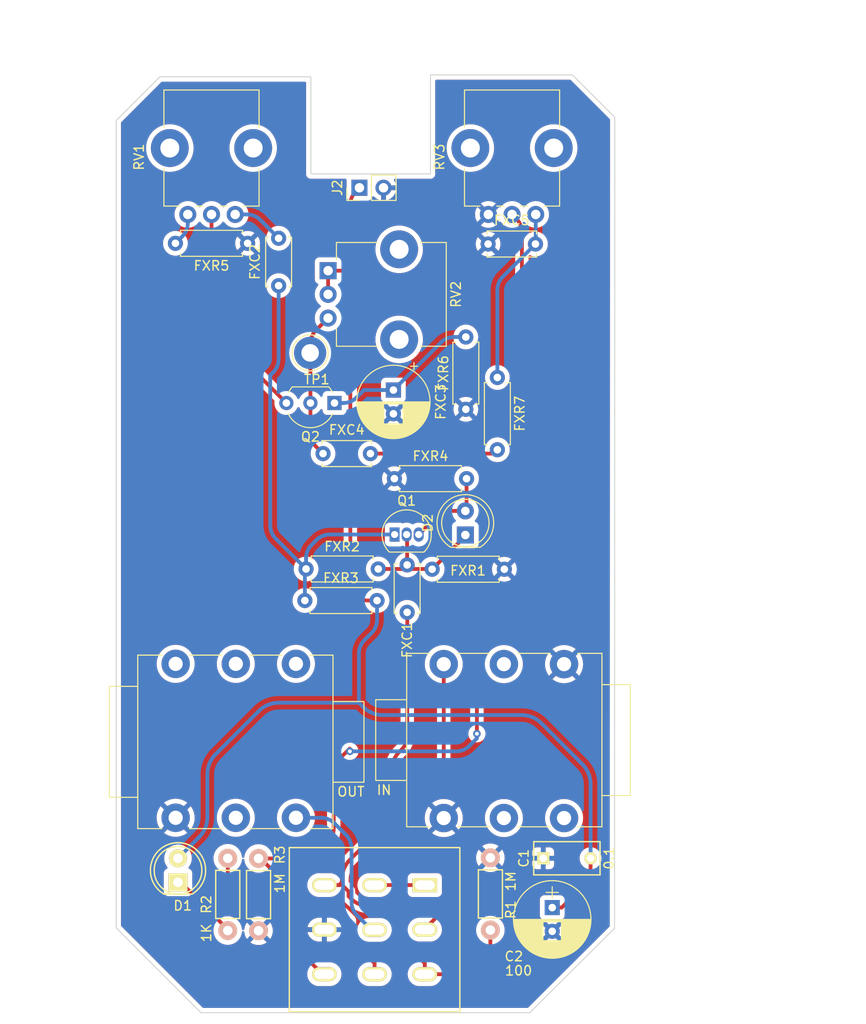
<source format=kicad_pcb>
(kicad_pcb (version 20211014) (generator pcbnew)
  (layers (0 "F.Cu" signal) (31 "B.Cu" signal) (34 "B.Paste" user) (35 "F.Paste" user) (36 "B.SilkS" user "B.Silkscreen") (37 "F.SilkS" user "F.Silkscreen") (38 "B.Mask" user) (39 "F.Mask" user) (44 "Edge.Cuts" user))
  (net 0 "")
  (net 1 "GND")
  (net 2 "+9V")
  (net 3 "Net-(D1-Pad1)")
  (net 4 "Net-(J3-Pad2)")
  (net 5 "Net-(SW1-Pad1)")
  (net 6 "Net-(FXC2-Pad1)")
  (net 7 "Net-(FXC3-Pad1)")
  (net 8 "Net-(FXC4-Pad1)")
  (net 9 "Net-(FXC4-Pad2)")
  (net 10 "Net-(D2-Pad2)")
  (net 11 "Net-(D2-Pad1)")
  (net 12 "Net-(FXC2-Pad2)")
  (net 13 "Net-(FXC5-Pad2)")
  (net 14 "Net-(FXR5-Pad2)")
  (net 15 "Net-(J1-Pad2)")
  (net 19 "Net-(Q2-Pad3)")
  (net 20 "Net-(R2-Pad2)")
  (net 25 "IN")
  (net 26 "OUT")
  (footprint "KiCad Lib:3PDT-Footswitch" (layer "F.Cu") (at 143.25 142.525 180)
    (fp_text reference "SW1" hide)
    (fp_text value "SW_3PDT" hide)
    (pad "1" thru_hole rect locked (at -5.3 4.7 180) (size 2.6 1.5) (drill oval 2.1 1) (layers *.Cu *.Mask "F.SilkS") (net 5 "Net-(SW1-Pad1)"))
    (pad "2" thru_hole oval locked (at 0 4.7 180) (size 2.6 1.5) (drill oval 2.1 1) (layers *.Cu *.Mask "F.SilkS") (net 5 "Net-(SW1-Pad1)"))
    (pad "3" thru_hole oval locked (at 5.3 4.7 180) (size 2.6 1.5) (drill oval 2.1 1) (layers *.Cu *.Mask "F.SilkS") (net 25 "IN"))
    (pad "4" thru_hole oval locked (at -5.3 0 180) (size 2.6 1.5) (drill oval 2.1 1) (layers *.Cu *.Mask "F.SilkS") (net 15 "Net-(J1-Pad2)"))
    (pad "5" thru_hole oval locked (at 0 -0.025 180) (size 2.6 1.5) (drill oval 2.1 1) (layers *.Cu *.Mask "F.SilkS") (net 4 "Net-(J3-Pad2)"))
    (pad "6" thru_hole oval locked (at 5.3 0 180) (size 2.6 1.5) (drill oval 2.1 1) (layers *.Cu *.Mask "F.SilkS") (net 1 "GND"))
    (pad "7" thru_hole oval locked (at -5.3 -4.7 180) (size 2.6 1.5) (drill oval 2.1 1) (layers *.Cu *.Mask "F.SilkS") (net 25 "IN"))
    (pad "8" thru_hole oval locked (at 0 -4.7 180) (size 2.6 1.5) (drill oval 2.1 1) (layers *.Cu *.Mask "F.SilkS") (net 26 "OUT"))
    (pad "9" thru_hole oval locked (at 5.3 -4.7 180) (size 2.6 1.5) (drill oval 2.1 1) (layers *.Cu *.Mask "F.SilkS") (net 20 "Net-(R2-Pad2)"))
  )
  (footprint "Connectors:NMJ6HCD2" (layer "F.Cu") (at 122.25 130.73 90)
    (fp_text reference "J3" hide)
    (fp_text value "OUT" (at 2.75 18.5) (layer "F.SilkS"))
    (pad "1" thru_hole circle locked (at 0 0 90) (size 3 3) (drill 1.5) (layers *.Cu *.Mask) (net 1 "GND"))
    (pad "2" thru_hole circle locked (at 0 12.7 90) (size 3 3) (drill 1.5) (layers *.Cu *.Mask) (net 4 "Net-(J3-Pad2)"))
    (pad "3" thru_hole circle locked (at 0 6.35 90) (size 3 3) (drill 1.5) (layers *.Cu *.Mask))
    (pad "4" thru_hole circle locked (at 16.23 0 90) (size 3 3) (drill 1.5) (layers *.Cu *.Mask))
    (pad "5" thru_hole circle locked (at 16.23 12.7 90) (size 3 3) (drill 1.5) (layers *.Cu *.Mask))
    (pad "6" thru_hole circle locked (at 16.23 6.35 90) (size 3 3) (drill 1.5) (layers *.Cu *.Mask))
  )
  (footprint "Pin_Headers:Pin_Header_Straight_1x02_Pitch2.54mm" (layer "F.Cu") (at 141.65 64.3 90)
    (fp_text reference "J2" (at 0 -2.33 90) (layer "F.SilkS"))
    (fp_text value "V+ GND" hide)
    (pad "1" thru_hole rect locked (at 0 0 90) (size 1.7 1.7) (drill 1) (layers *.Cu *.Mask) (net 2 "+9V"))
    (pad "2" thru_hole oval locked (at 0 2.54 90) (size 1.7 1.7) (drill 1) (layers *.Cu *.Mask) (net 1 "GND"))
  )
  (footprint "Capacitors_THT:CP_Radial_D8.0mm_P2.50mm" (layer "F.Cu") (at 162 140.2 -90)
    (fp_text reference "C2" (at 5.15 4.05) (layer "F.SilkS"))
    (fp_text value "100" (at 6.65 3.55) (layer "F.SilkS"))
    (pad "1" thru_hole rect locked (at 0 0 270) (size 1.6 1.6) (drill 0.8) (layers *.Cu *.Mask) (net 2 "+9V"))
    (pad "2" thru_hole circle locked (at 2.5 0 270) (size 1.6 1.6) (drill 0.8) (layers *.Cu *.Mask) (net 1 "GND"))
  )
  (footprint "LEDs:LED-5MM" (layer "F.Cu") (at 122.5 137.54 90)
    (fp_text reference "D1" (at -2.46 0.5) (layer "F.SilkS"))
    (fp_text value "LED" hide)
    (pad "1" thru_hole rect locked (at 0 0 180) (size 2 1.9) (drill 1.00076) (layers *.Cu *.Mask "F.SilkS") (net 3 "Net-(D1-Pad1)"))
    (pad "2" thru_hole circle locked (at 2.54 0 90) (size 1.9 1.9) (drill 1.00076) (layers *.Cu *.Mask "F.SilkS") (net 2 "+9V"))
  )
  (footprint "Resistors_ThroughHole:Resistor_Horizontal_RM7mm" (layer "F.Cu") (at 155.4734 142.5702 90)
    (fp_text reference "R1" (at 2.15 2.15 90) (layer "F.SilkS"))
    (fp_text value "1M" (at 5.15 2.15 90) (layer "F.SilkS"))
    (pad "1" thru_hole circle locked (at 0 0 90) (size 1.99898 1.99898) (drill 1.00076) (layers *.Cu *.SilkS *.Mask) (net 25 "IN"))
    (pad "2" thru_hole circle locked (at 7.62 0 90) (size 1.99898 1.99898) (drill 1.00076) (layers *.Cu *.SilkS *.Mask) (net 1 "GND"))
  )
  (footprint "Resistors_ThroughHole:Resistor_Horizontal_RM7mm" (layer "F.Cu") (at 131 135.02 -90)
    (fp_text reference "R3" (at -0.38 -2.25 -90) (layer "F.SilkS"))
    (fp_text value "1M" (at 2.62 -2.25 -90) (layer "F.SilkS"))
    (pad "1" thru_hole circle locked (at 0 0 270) (size 1.99898 1.99898) (drill 1.00076) (layers *.Cu *.SilkS *.Mask) (net 26 "OUT"))
    (pad "2" thru_hole circle locked (at 7.62 0 270) (size 1.99898 1.99898) (drill 1.00076) (layers *.Cu *.SilkS *.Mask) (net 1 "GND"))
  )
  (footprint "Resistors_ThroughHole:Resistor_Horizontal_RM7mm" (layer "F.Cu") (at 127.75 142.62 90)
    (fp_text reference "R2" (at 2.75 -2.25 90) (layer "F.SilkS"))
    (fp_text value "1K" (at -0.25 -2.25 90) (layer "F.SilkS"))
    (pad "1" thru_hole circle locked (at 0 0 90) (size 1.99898 1.99898) (drill 1.00076) (layers *.Cu *.SilkS *.Mask) (net 3 "Net-(D1-Pad1)"))
    (pad "2" thru_hole circle locked (at 7.62 0 90) (size 1.99898 1.99898) (drill 1.00076) (layers *.Cu *.SilkS *.Mask) (net 20 "Net-(R2-Pad2)"))
  )
  (footprint "Capacitors_ThroughHole:C_Rect_L7_W3.5_P5" (layer "F.Cu") (at 161.05 135)
    (fp_text reference "C1" (at -2.05 0 90) (layer "F.SilkS"))
    (fp_text value "0.1" (at 6.95 0 90) (layer "F.SilkS"))
    (pad "1" thru_hole rect locked (at 0 0) (size 1.3 1.3) (drill 0.8) (layers *.Cu *.Mask "F.SilkS") (net 1 "GND"))
    (pad "2" thru_hole circle locked (at 5 0) (size 1.3 1.3) (drill 0.8) (layers *.Cu *.Mask "F.SilkS") (net 2 "+9V"))
  )
  (footprint "Connectors:NMJ6HCD2" (layer "F.Cu") (at 163.25 114.53 -90)
    (fp_text reference "J1" hide)
    (fp_text value "IN" (at 13.28 19) (layer "F.SilkS"))
    (pad "1" thru_hole circle locked (at 0 0 270) (size 3 3) (drill 1.5) (layers *.Cu *.Mask) (net 1 "GND"))
    (pad "2" thru_hole circle locked (at 0 12.7 270) (size 3 3) (drill 1.5) (layers *.Cu *.Mask) (net 15 "Net-(J1-Pad2)"))
    (pad "3" thru_hole circle locked (at 0 6.35 270) (size 3 3) (drill 1.5) (layers *.Cu *.Mask))
    (pad "4" thru_hole circle locked (at 16.23 0 270) (size 3 3) (drill 1.5) (layers *.Cu *.Mask))
    (pad "5" thru_hole circle locked (at 16.23 12.7 270) (size 3 3) (drill 1.5) (layers *.Cu *.Mask) (net 1 "GND"))
    (pad "6" thru_hole circle locked (at 16.23 6.35 270) (size 3 3) (drill 1.5) (layers *.Cu *.Mask))
  )
  (footprint "Capacitor_THT:C_Disc_D5.0mm_W2.5mm_P5.00mm" (layer "F.Cu") (at 137.8096 92.329)
    (fp_text reference "FXC4" (at 2.5 -2.5) (layer "F.SilkS"))
    (fp_text value "47pF")
    (pad "1" thru_hole circle locked (at 0 0) (size 1.6 1.6) (drill 0.8) (layers *.Cu *.Mask) (net 8 "Net-(FXC4-Pad1)"))
    (pad "2" thru_hole circle locked (at 5 0) (size 1.6 1.6) (drill 0.8) (layers *.Cu *.Mask) (net 9 "Net-(FXC4-Pad2)"))
  )
  (footprint "Capacitor_THT:C_Disc_D5.0mm_W2.5mm_P5.00mm" (layer "F.Cu") (at 146.685 109.0676 90)
    (fp_text reference "FXC1" (at -2.9356 0 90) (layer "F.SilkS"))
    (fp_text value "22nF")
    (pad "1" thru_hole circle locked (at 0 0 90) (size 1.6 1.6) (drill 0.8) (layers *.Cu *.Mask) (net 25 "IN"))
    (pad "2" thru_hole circle locked (at 5 0 90) (size 1.6 1.6) (drill 0.8) (layers *.Cu *.Mask) (net 11 "Net-(D2-Pad1)"))
  )
  (footprint "Resistor_THT:R_Axial_DIN0207_L6.3mm_D2.5mm_P7.62mm_Horizontal" (layer "F.Cu") (at 136.017 104.4956)
    (fp_text reference "FXR2" (at 3.81 -2.37) (layer "F.SilkS"))
    (fp_text value "1M")
    (pad "1" thru_hole circle locked (at 0 0) (size 1.6 1.6) (drill 0.8) (layers *.Cu *.Mask) (net 6 "Net-(FXC2-Pad1)"))
    (pad "2" thru_hole oval locked (at 7.62 0) (size 1.6 1.6) (drill 0.8) (layers *.Cu *.Mask) (net 11 "Net-(D2-Pad1)"))
  )
  (footprint "Potentiometer_THT:Potentiometer_TT_P0915N" (layer "F.Cu") (at 138.3438 73.0396 -90)
    (fp_text reference "RV2" (at 2.5 -13.5 90) (layer "F.SilkS"))
    (fp_text value "R_Potentiometer_Trim")
    (pad "" thru_hole oval locked (at -2.25 -7.5 270) (size 4 4) (drill 2) (layers *.Cu *.Mask))
    (pad "" thru_hole oval locked (at 7.25 -7.5 270) (size 4 4) (drill 2) (layers *.Cu *.Mask))
    (pad "1" thru_hole rect locked (at 0 0 270) (size 1.8 1.8) (drill 1) (layers *.Cu *.Mask) (net 2 "+9V"))
    (pad "2" thru_hole circle locked (at 2.5 0 270) (size 1.8 1.8) (drill 1) (layers *.Cu *.Mask) (net 2 "+9V"))
    (pad "3" thru_hole circle locked (at 5 0 270) (size 1.8 1.8) (drill 1) (layers *.Cu *.Mask) (net 8 "Net-(FXC4-Pad1)"))
  )
  (footprint "TestPoint:TestPoint_Loop_D2.50mm_Drill1.85mm" (layer "F.Cu") (at 136.4488 81.7118)
    (fp_text reference "TP1" (at 0.7 2.8) (layer "F.SilkS"))
    (fp_text value "TestPoint")
    (pad "1" thru_hole circle locked (at 0 0) (size 3.4 3.4) (drill 1.85) (layers *.Cu *.Mask) (net 8 "Net-(FXC4-Pad1)"))
  )
  (footprint "Capacitor_THT:C_Disc_D5.0mm_W2.5mm_P5.00mm" (layer "F.Cu") (at 133.1214 74.6214 90)
    (fp_text reference "FXC2" (at 2.5 -2.5 90) (layer "F.SilkS"))
    (fp_text value "47pF")
    (pad "1" thru_hole circle locked (at 0 0 90) (size 1.6 1.6) (drill 0.8) (layers *.Cu *.Mask) (net 6 "Net-(FXC2-Pad1)"))
    (pad "2" thru_hole circle locked (at 5 0 90) (size 1.6 1.6) (drill 0.8) (layers *.Cu *.Mask) (net 12 "Net-(FXC2-Pad2)"))
  )
  (footprint "Capacitor_THT:CP_Radial_D7.5mm_P2.50mm" (layer "F.Cu") (at 145.2372 85.630406 -90)
    (fp_text reference "FXC3" (at 1.25 -5 90) (layer "F.SilkS"))
    (fp_text value "10uF")
    (pad "1" thru_hole rect locked (at 0 0 270) (size 1.6 1.6) (drill 0.8) (layers *.Cu *.Mask) (net 7 "Net-(FXC3-Pad1)"))
    (pad "2" thru_hole circle locked (at 2.5 0 270) (size 1.6 1.6) (drill 0.8) (layers *.Cu *.Mask) (net 1 "GND"))
  )
  (footprint "LED_THT:LED_D5.0mm" (layer "F.Cu") (at 152.8318 100.9142 90)
    (fp_text reference "D2" (at 1.27 -3.96 90) (layer "F.SilkS"))
    (fp_text value "LED")
    (pad "1" thru_hole rect locked (at 0 0 90) (size 1.8 1.8) (drill 0.9) (layers *.Cu *.Mask) (net 11 "Net-(D2-Pad1)"))
    (pad "2" thru_hole circle locked (at 2.54 0 90) (size 1.8 1.8) (drill 0.9) (layers *.Cu *.Mask) (net 10 "Net-(D2-Pad2)"))
  )
  (footprint "Resistor_THT:R_Axial_DIN0207_L6.3mm_D2.5mm_P7.62mm_Horizontal" (layer "F.Cu") (at 156.21 84.3026 -90)
    (fp_text reference "FXR7" (at 3.81 -2.37 90) (layer "F.SilkS"))
    (fp_text value "1M")
    (pad "1" thru_hole circle locked (at 0 0 270) (size 1.6 1.6) (drill 0.8) (layers *.Cu *.Mask) (net 13 "Net-(FXC5-Pad2)"))
    (pad "2" thru_hole oval locked (at 7.62 0 270) (size 1.6 1.6) (drill 0.8) (layers *.Cu *.Mask) (net 9 "Net-(FXC4-Pad2)"))
  )
  (footprint "Package_TO_SOT_THT:TO-92L_Inline_Wide" (layer "F.Cu") (at 139.0186 86.995 180)
    (fp_text reference "Q2" (at 2.54 -3.56 180) (layer "F.SilkS"))
    (fp_text value "Q_NJFET_SDG")
    (pad "1" thru_hole rect locked (at 0 0 180) (size 1.5 1.5) (drill 0.8) (layers *.Cu *.Mask) (net 7 "Net-(FXC3-Pad1)"))
    (pad "2" thru_hole circle locked (at 2.54 0 180) (size 1.5 1.5) (drill 0.8) (layers *.Cu *.Mask) (net 8 "Net-(FXC4-Pad1)"))
    (pad "3" thru_hole circle locked (at 5.08 0 180) (size 1.5 1.5) (drill 0.8) (layers *.Cu *.Mask) (net 19 "Net-(Q2-Pad3)"))
  )
  (footprint "Capacitor_THT:C_Disc_D5.0mm_W2.5mm_P5.00mm" (layer "F.Cu") (at 155.234 70.231)
    (fp_text reference "FXC5" (at 2.5 -2.5) (layer "F.SilkS"))
    (fp_text value "47pF")
    (pad "1" thru_hole circle locked (at 0 0) (size 1.6 1.6) (drill 0.8) (layers *.Cu *.Mask) (net 1 "GND"))
    (pad "2" thru_hole circle locked (at 5 0) (size 1.6 1.6) (drill 0.8) (layers *.Cu *.Mask) (net 13 "Net-(FXC5-Pad2)"))
  )
  (footprint "Resistor_THT:R_Axial_DIN0207_L6.3mm_D2.5mm_P7.62mm_Horizontal" (layer "F.Cu") (at 145.3388 94.9706)
    (fp_text reference "FXR4" (at 3.81 -2.37) (layer "F.SilkS"))
    (fp_text value "1M")
    (pad "1" thru_hole circle locked (at 0 0) (size 1.6 1.6) (drill 0.8) (layers *.Cu *.Mask) (net 1 "GND"))
    (pad "2" thru_hole oval locked (at 7.62 0) (size 1.6 1.6) (drill 0.8) (layers *.Cu *.Mask) (net 10 "Net-(D2-Pad2)"))
  )
  (footprint "Resistor_THT:R_Axial_DIN0207_L6.3mm_D2.5mm_P7.62mm_Horizontal" (layer "F.Cu") (at 156.9466 104.521 180)
    (fp_text reference "FXR1" (at 3.8354 -0.1524) (layer "F.SilkS"))
    (fp_text value "1M")
    (pad "1" thru_hole circle locked (at 0 0 180) (size 1.6 1.6) (drill 0.8) (layers *.Cu *.Mask) (net 1 "GND"))
    (pad "2" thru_hole oval locked (at 7.62 0 180) (size 1.6 1.6) (drill 0.8) (layers *.Cu *.Mask) (net 11 "Net-(D2-Pad1)"))
  )
  (footprint "Resistor_THT:R_Axial_DIN0207_L6.3mm_D2.5mm_P7.62mm_Horizontal" (layer "F.Cu") (at 135.89 107.823)
    (fp_text reference "FXR3" (at 3.81 -2.37) (layer "F.SilkS"))
    (fp_text value "1M")
    (pad "1" thru_hole circle locked (at 0 0) (size 1.6 1.6) (drill 0.8) (layers *.Cu *.Mask) (net 6 "Net-(FXC2-Pad1)"))
    (pad "2" thru_hole oval locked (at 7.62 0) (size 1.6 1.6) (drill 0.8) (layers *.Cu *.Mask) (net 2 "+9V"))
  )
  (footprint "Potentiometer_THT:Potentiometer_Alps_RK09K_Single_Vertical" (layer "F.Cu") (at 160.2594 67.1116 90)
    (fp_text reference "RV3" (at 6.05 -10.15 90) (layer "F.SilkS"))
    (fp_text value "VRV")
    (pad "" np_thru_hole circle locked (at 7 -6.9 90) (size 4 4) (drill 2) (layers *.Cu *.Mask))
    (pad "" np_thru_hole circle locked (at 7 1.9 90) (size 4 4) (drill 2) (layers *.Cu *.Mask))
    (pad "1" thru_hole circle locked (at 0 0 90) (size 1.8 1.8) (drill 1) (layers *.Cu *.Mask) (net 13 "Net-(FXC5-Pad2)"))
    (pad "2" thru_hole circle locked (at 0 -2.5 90) (size 1.8 1.8) (drill 1) (layers *.Cu *.Mask) (net 26 "OUT"))
    (pad "3" thru_hole circle locked (at 0 -5 90) (size 1.8 1.8) (drill 1) (layers *.Cu *.Mask) (net 1 "GND"))
  )
  (footprint "Potentiometer_THT:Potentiometer_Alps_RK09K_Single_Vertical" (layer "F.Cu") (at 128.5348 67.1116 90)
    (fp_text reference "RV1" (at 6.05 -10.15 90) (layer "F.SilkS"))
    (fp_text value "VRG")
    (pad "" np_thru_hole circle locked (at 7 1.9 90) (size 4 4) (drill 2) (layers *.Cu *.Mask))
    (pad "" np_thru_hole circle locked (at 7 -6.9 90) (size 4 4) (drill 2) (layers *.Cu *.Mask))
    (pad "1" thru_hole circle locked (at 0 0 90) (size 1.8 1.8) (drill 1) (layers *.Cu *.Mask) (net 12 "Net-(FXC2-Pad2)"))
    (pad "2" thru_hole circle locked (at 0 -2.5 90) (size 1.8 1.8) (drill 1) (layers *.Cu *.Mask) (net 19 "Net-(Q2-Pad3)"))
    (pad "3" thru_hole circle locked (at 0 -5 90) (size 1.8 1.8) (drill 1) (layers *.Cu *.Mask) (net 14 "Net-(FXR5-Pad2)"))
  )
  (footprint "Resistor_THT:R_Axial_DIN0207_L6.3mm_D2.5mm_P7.62mm_Horizontal" (layer "F.Cu") (at 152.8826 87.6554 90)
    (fp_text reference "FXR6" (at 3.81 -2.37 90) (layer "F.SilkS"))
    (fp_text value "100R")
    (pad "1" thru_hole circle locked (at 0 0 90) (size 1.6 1.6) (drill 0.8) (layers *.Cu *.Mask) (net 1 "GND"))
    (pad "2" thru_hole oval locked (at 7.62 0 90) (size 1.6 1.6) (drill 0.8) (layers *.Cu *.Mask) (net 7 "Net-(FXC3-Pad1)"))
  )
  (footprint "Resistor_THT:R_Axial_DIN0207_L6.3mm_D2.5mm_P7.62mm_Horizontal" (layer "F.Cu") (at 129.8448 70.1548 180)
    (fp_text reference "FXR5" (at 3.81 -2.37) (layer "F.SilkS"))
    (fp_text value "1M")
    (pad "1" thru_hole circle locked (at 0 0 180) (size 1.6 1.6) (drill 0.8) (layers *.Cu *.Mask) (net 1 "GND"))
    (pad "2" thru_hole oval locked (at 7.62 0 180) (size 1.6 1.6) (drill 0.8) (layers *.Cu *.Mask) (net 14 "Net-(FXR5-Pad2)"))
  )
  (footprint "Package_TO_SOT_THT:TO-92_Inline" (layer "F.Cu") (at 145.3642 100.8634)
    (fp_text reference "Q1" (at 1.27 -3.56) (layer "F.SilkS"))
    (fp_text value "BS170")
    (pad "1" thru_hole rect locked (at 0 0) (size 1.05 1.5) (drill 0.75) (layers *.Cu *.Mask) (net 6 "Net-(FXC2-Pad1)"))
    (pad "2" thru_hole oval locked (at 1.27 0) (size 1.05 1.5) (drill 0.75) (layers *.Cu *.Mask) (net 11 "Net-(D2-Pad1)"))
    (pad "3" thru_hole oval locked (at 2.54 0) (size 1.05 1.5) (drill 0.75) (layers *.Cu *.Mask) (net 10 "Net-(D2-Pad2)"))
  )
  (gr_line (start 149.1488 52.4002) (end 164.1348 52.4002) (layer "Edge.Cuts") (width 0.1))
  (gr_line (start 136.525 62.8396) (end 149.1488 62.8396) (layer "Edge.Cuts") (width 0.1))
  (gr_line (start 115.9764 57.2008) (end 120.5738 52.6034) (layer "Edge.Cuts") (width 0.1))
  (gr_line (start 164.1348 52.4002) (end 168.6052 56.8706) (layer "Edge.Cuts") (width 0.1))
  (gr_line (start 168.6052 56.8706) (end 168.5798 142.3924) (layer "Edge.Cuts") (width 0.1))
  (gr_line (start 159.639 151.2824) (end 124.9172 151.2824) (layer "Edge.Cuts") (width 0.1))
  (gr_line (start 120.5738 52.6034) (end 136.525 52.6034) (layer "Edge.Cuts") (width 0.1))
  (gr_line (start 136.525 52.6034) (end 136.525 62.8396) (layer "Edge.Cuts") (width 0.1))
  (gr_line (start 115.9764 142.3416) (end 115.9764 57.2008) (layer "Edge.Cuts") (width 0.1))
  (gr_line (start 124.9172 151.2824) (end 115.9764 142.3416) (layer "Edge.Cuts") (width 0.1))
  (gr_line (start 149.1488 62.8396) (end 149.1488 52.4002) (layer "Edge.Cuts") (width 0.1))
  (gr_line (start 168.5798 142.3924) (end 159.639 151.2824) (layer "Edge.Cuts") (width 0.1))
  (segment (start 163 140.2) (end 165.171321 138.028679) (width 0.4) (layer "F.Cu") (net 2))
  (segment (start 140.6906 66.087827) (end 140.6906 72.6948) (width 0.4) (layer "F.Cu") (net 2))
  (segment (start 142.560427 107.823) (end 143.51 107.823) (width 0.4) (layer "F.Cu") (net 2))
  (segment (start 166.05 135.907359) (end 166.05 135) (width 0.4) (layer "F.Cu") (net 2))
  (segment (start 141.65 64.3) (end 141.276386 64.673614) (width 0.4) (layer "F.Cu") (net 2))
  (segment (start 138.3438 73.0396) (end 140.3458 73.0396) (width 0.4) (layer "F.Cu") (net 2))
  (segment (start 138.3438 75.5396) (end 138.3438 73.0396) (width 0.4) (layer "F.Cu") (net 2))
  (segment (start 162 140.2) (end 163 140.2) (width 0.4) (layer "F.Cu") (net 2))
  (segment (start 140.6906 72.6948) (end 140.6906 106.7816) (width 0.4) (layer "F.Cu") (net 2))
  (segment (start 140.6906 106.7816) (end 141.146214 107.237214) (width 0.4) (layer "F.Cu") (net 2))
  (segment (start 140.3458 73.0396) (end 140.6906 72.6948) (width 0.4) (layer "F.Cu") (net 2))
  (arc (start 140.6906 66.087827) (mid 140.842841 65.32246) (end 141.276386 64.673614) (width 0.4) (layer "F.Cu") (net 2))
  (arc (start 165.171321 138.028679) (mid 165.821639 137.055409) (end 166.05 135.907359) (width 0.4) (layer "F.Cu") (net 2))
  (arc (start 142.560427 107.823) (mid 141.79506 107.670759) (end 141.146214 107.237214) (width 0.4) (layer "F.Cu") (net 2))
  (segment (start 160.87868 120.77868) (end 165.171321 125.071321) (width 0.4) (layer "B.Cu") (net 2))
  (segment (start 141.6 118.6) (end 142.021321 119.021321) (width 0.4) (layer "B.Cu") (net 2))
  (segment (start 143.51 109.833654) (end 143.51 107.823) (width 0.4) (layer "B.Cu") (net 2))
  (segment (start 125.6 126.142641) (end 125.6 130.657359) (width 0.4) (layer "B.Cu") (net 2))
  (segment (start 142.185787 111.986294) (end 142.924214 111.247867) (width 0.4) (layer "B.Cu") (net 2))
  (segment (start 131.02132 119.47868) (end 126.478679 124.021321) (width 0.4) (layer "B.Cu") (net 2))
  (segment (start 124.72132 132.77868) (end 122.5 135) (width 0.4) (layer "B.Cu") (net 2))
  (segment (start 166.05 127.192641) (end 166.05 135) (width 0.4) (layer "B.Cu") (net 2))
  (segment (start 141.6 118.6) (end 133.142641 118.6) (width 0.4) (layer "B.Cu") (net 2))
  (segment (start 141.6 118.6) (end 141.6 113.400508) (width 0.4) (layer "B.Cu") (net 2))
  (segment (start 144.142641 119.9) (end 158.757359 119.9) (width 0.4) (layer "B.Cu") (net 2))
  (arc (start 165.171321 125.071321) (mid 165.821639 126.044591) (end 166.05 127.192641) (width 0.4) (layer "B.Cu") (net 2))
  (arc (start 125.6 130.657359) (mid 125.371638 131.80541) (end 124.72132 132.77868) (width 0.4) (layer "B.Cu") (net 2))
  (arc (start 131.02132 119.47868) (mid 131.99459 118.828361) (end 133.142641 118.6) (width 0.4) (layer "B.Cu") (net 2))
  (arc (start 142.924214 111.247867) (mid 143.357759 110.599021) (end 143.51 109.833654) (width 0.4) (layer "B.Cu") (net 2))
  (arc (start 142.021321 119.021321) (mid 142.994591 119.671639) (end 144.142641 119.9) (width 0.4) (layer "B.Cu") (net 2))
  (arc (start 160.87868 120.77868) (mid 159.90541 120.128361) (end 158.757359 119.9) (width 0.4) (layer "B.Cu") (net 2))
  (arc (start 125.6 126.142641) (mid 125.828361 124.994591) (end 126.478679 124.021321) (width 0.4) (layer "B.Cu") (net 2))
  (arc (start 142.185787 111.986294) (mid 141.752241 112.635141) (end 141.6 113.400508) (width 0.4) (layer "B.Cu") (net 2))
  (segment (start 122.5 137.5) (end 122.75 137.5) (width 0.4) (layer "F.Cu") (net 3))
  (segment (start 122.75 137.5) (end 127.75 142.5) (width 0.4) (layer "F.Cu") (net 3))
  (segment (start 140.231813 132.535613) (end 139.011986 131.315786) (width 0.4) (layer "B.Cu") (net 4))
  (segment (start 140.8176 139.608173) (end 140.8176 133.949827) (width 0.4) (layer "B.Cu") (net 4))
  (segment (start 137.597773 130.73) (end 134.95 130.73) (width 0.4) (layer "B.Cu") (net 4))
  (segment (start 143.25 142.55) (end 142.931 142.55) (width 0.4) (layer "B.Cu") (net 4))
  (segment (start 142.931 142.55) (end 141.403386 141.022386) (width 0.4) (layer "B.Cu") (net 4))
  (arc (start 137.597773 130.73) (mid 138.36314 130.882241) (end 139.011986 131.315786) (width 0.4) (layer "B.Cu") (net 4))
  (arc (start 140.231813 132.535613) (mid 140.665359 133.18446) (end 140.8176 133.949827) (width 0.4) (layer "B.Cu") (net 4))
  (arc (start 141.403386 141.022386) (mid 140.969841 140.37354) (end 140.8176 139.608173) (width 0.4) (layer "B.Cu") (net 4))
  (segment (start 143.25 137.825) (end 148.55 137.825) (width 0.4) (layer "F.Cu") (net 5))
  (segment (start 135.89 104.6226) (end 136.017 104.4956) (width 0.4) (layer "B.Cu") (net 6))
  (segment (start 136.017 103.368227) (end 136.017 104.4956) (width 0.4) (layer "B.Cu") (net 6))
  (segment (start 133.1214 74.6214) (end 133.1214 82.356573) (width 0.4) (layer "B.Cu") (net 6))
  (segment (start 132.818187 101.296787) (end 136.017 104.4956) (width 0.4) (layer "B.Cu") (net 6))
  (segment (start 132.535613 83.770787) (end 132.2324 84.074) (width 0.4) (layer "B.Cu") (net 6))
  (segment (start 135.89 107.823) (end 135.89 104.6226) (width 0.4) (layer "B.Cu") (net 6))
  (segment (start 145.3642 100.8634) (end 138.521827 100.8634) (width 0.4) (layer "B.Cu") (net 6))
  (segment (start 137.107613 101.449187) (end 136.602786 101.954014) (width 0.4) (layer "B.Cu") (net 6))
  (segment (start 132.2324 84.074) (end 132.2324 99.882573) (width 0.4) (layer "B.Cu") (net 6))
  (arc (start 132.818187 101.296787) (mid 132.384641 100.64794) (end 132.2324 99.882573) (width 0.4) (layer "B.Cu") (net 6))
  (arc (start 133.1214 82.356573) (mid 132.969159 83.12194) (end 132.535613 83.770787) (width 0.4) (layer "B.Cu") (net 6))
  (arc (start 136.602786 101.954014) (mid 136.169241 102.60286) (end 136.017 103.368227) (width 0.4) (layer "B.Cu") (net 6))
  (arc (start 137.107613 101.449187) (mid 137.75646 101.015641) (end 138.521827 100.8634) (width 0.4) (layer "B.Cu") (net 6))
  (segment (start 152.8826 80.0354) (end 151.660633 80.0354) (width 0.4) (layer "B.Cu") (net 7))
  (segment (start 141.352587 86.409213) (end 142.1384 85.6234) (width 0.4) (layer "B.Cu") (net 7))
  (segment (start 139.0186 86.995) (end 139.938373 86.995) (width 0.4) (layer "B.Cu") (net 7))
  (segment (start 142.145406 85.630406) (end 145.2372 85.630406) (width 0.4) (layer "B.Cu") (net 7))
  (segment (start 142.1384 85.6234) (end 142.145406 85.630406) (width 0.4) (layer "B.Cu") (net 7))
  (segment (start 150.246419 80.621187) (end 145.2372 85.630406) (width 0.4) (layer "B.Cu") (net 7))
  (arc (start 150.246419 80.621187) (mid 150.895266 80.187641) (end 151.660633 80.0354) (width 0.4) (layer "B.Cu") (net 7))
  (arc (start 139.938373 86.995) (mid 140.70374 86.842759) (end 141.352587 86.409213) (width 0.4) (layer "B.Cu") (net 7))
  (segment (start 137.064387 91.583787) (end 137.8096 92.329) (width 0.4) (layer "F.Cu") (net 8))
  (segment (start 136.4786 86.995) (end 136.4786 90.169573) (width 0.4) (layer "F.Cu") (net 8))
  (segment (start 137.064387 79.319013) (end 138.3438 78.0396) (width 0.4) (layer "F.Cu") (net 8))
  (segment (start 136.4786 86.995) (end 136.4786 80.733227) (width 0.4) (layer "F.Cu") (net 8))
  (arc (start 137.064387 79.319013) (mid 136.630841 79.96786) (end 136.4786 80.733227) (width 0.4) (layer "F.Cu") (net 8))
  (arc (start 137.064387 91.583787) (mid 136.630841 90.93494) (end 136.4786 90.169573) (width 0.4) (layer "F.Cu") (net 8))
  (segment (start 142.8096 92.329) (end 155.8036 92.329) (width 0.4) (layer "F.Cu") (net 9))
  (segment (start 155.8036 92.329) (end 156.21 91.9226) (width 0.4) (layer "F.Cu") (net 9))
  (segment (start 152.9588 94.9706) (end 152.9588 98.2472) (width 0.4) (layer "F.Cu") (net 10))
  (segment (start 152.9588 98.2472) (end 152.8318 98.3742) (width 0.4) (layer "F.Cu") (net 10))
  (segment (start 152.8318 98.3742) (end 151.221827 98.3742) (width 0.4) (layer "F.Cu") (net 10))
  (segment (start 149.807613 98.959987) (end 147.9042 100.8634) (width 0.4) (layer "F.Cu") (net 10))
  (arc (start 151.221827 98.3742) (mid 150.45646 98.526441) (end 149.807613 98.959987) (width 0.4) (layer "F.Cu") (net 10))
  (segment (start 149.3012 104.4956) (end 149.3266 104.521) (width 0.4) (layer "F.Cu") (net 11))
  (segment (start 149.3266 104.521) (end 152.8318 101.0158) (width 0.4) (layer "F.Cu") (net 11))
  (segment (start 143.637 104.4956) (end 149.3012 104.4956) (width 0.4) (layer "F.Cu") (net 11))
  (segment (start 146.685 104.0676) (end 146.685 100.9142) (width 0.4) (layer "F.Cu") (net 11))
  (segment (start 146.685 100.9142) (end 146.6342 100.8634) (width 0.4) (layer "F.Cu") (net 11))
  (segment (start 152.8318 101.0158) (end 152.8318 100.9142) (width 0.4) (layer "F.Cu") (net 11))
  (segment (start 128.5348 67.1116) (end 129.783173 67.1116) (width 0.4) (layer "B.Cu") (net 12))
  (segment (start 131.197387 67.697387) (end 133.1214 69.6214) (width 0.4) (layer "B.Cu") (net 12))
  (arc (start 129.783173 67.1116) (mid 130.54854 67.263841) (end 131.197387 67.697387) (width 0.4) (layer "B.Cu") (net 12))
  (segment (start 160.2594 67.1116) (end 160.2594 70.2056) (width 0.4) (layer "B.Cu") (net 13))
  (segment (start 156.21 84.3026) (end 156.21 75.083427) (width 0.4) (layer "B.Cu") (net 13))
  (segment (start 156.795787 73.669213) (end 160.234 70.231) (width 0.4) (layer "B.Cu") (net 13))
  (segment (start 160.2594 70.2056) (end 160.234 70.231) (width 0.4) (layer "B.Cu") (net 13))
  (arc (start 156.795787 73.669213) (mid 156.362241 74.31806) (end 156.21 75.083427) (width 0.4) (layer "B.Cu") (net 13))
  (segment (start 122.949013 69.430587) (end 122.2248 70.1548) (width 0.4) (layer "B.Cu") (net 14))
  (segment (start 123.5348 67.1116) (end 123.5348 68.016373) (width 0.4) (layer "B.Cu") (net 14))
  (arc (start 122.949013 69.430587) (mid 123.382559 68.78174) (end 123.5348 68.016373) (width 0.4) (layer "B.Cu") (net 14))
  (segment (start 148.513553 133.863553) (end 148.358679 133.708679) (width 0.4) (layer "F.Cu") (net 15))
  (segment (start 147.48 131.587359) (end 147.48 129.732641) (width 0.4) (layer "F.Cu") (net 15))
  (segment (start 150.55 124.177359) (end 150.55 114.53) (width 0.4) (layer "F.Cu") (net 15))
  (segment (start 148.35868 127.61132) (end 149.671321 126.298679) (width 0.4) (layer "F.Cu") (net 15))
  (segment (start 148.55 142.45) (end 150.621321 140.378679) (width 0.4) (layer "F.Cu") (net 15))
  (segment (start 151.5 138.257359) (end 151.5 137.062641) (width 0.4) (layer "F.Cu") (net 15))
  (segment (start 148.55 142.525) (end 148.55 142.45) (width 0.4) (layer "F.Cu") (net 15))
  (segment (start 150.62132 134.94132) (end 149.836446 134.156446) (width 0.4) (layer "F.Cu") (net 15))
  (segment (start 149.482893 134.01) (end 148.867107 134.01) (width 0.4) (layer "F.Cu") (net 15))
  (arc (start 150.621321 140.378679) (mid 151.271639 139.405409) (end 151.5 138.257359) (width 0.4) (layer "F.Cu") (net 15))
  (arc (start 149.836446 134.156446) (mid 149.674234 134.04806) (end 149.482893 134.01) (width 0.4) (layer "F.Cu") (net 15))
  (arc (start 147.48 129.732641) (mid 147.708362 128.58459) (end 148.35868 127.61132) (width 0.4) (layer "F.Cu") (net 15))
  (arc (start 148.513553 133.863553) (mid 148.675765 133.97194) (end 148.867107 134.01) (width 0.4) (layer "F.Cu") (net 15))
  (arc (start 148.358679 133.708679) (mid 147.708361 132.735409) (end 147.48 131.587359) (width 0.4) (layer "F.Cu") (net 15))
  (arc (start 150.55 124.177359) (mid 150.321639 125.325409) (end 149.671321 126.298679) (width 0.4) (layer "F.Cu") (net 15))
  (arc (start 151.5 137.062641) (mid 151.271638 135.91459) (end 150.62132 134.94132) (width 0.4) (layer "F.Cu") (net 15))
  (segment (start 126.620587 79.676987) (end 133.9386 86.995) (width 0.4) (layer "F.Cu") (net 19))
  (segment (start 126.0348 67.1116) (end 126.0348 78.262773) (width 0.4) (layer "F.Cu") (net 19))
  (arc (start 126.0348 78.262773) (mid 126.187041 79.02814) (end 126.620587 79.676987) (width 0.4) (layer "F.Cu") (net 19))
  (segment (start 137.7508 147.225) (end 137.95 147.225) (width 0.4) (layer "F.Cu") (net 20))
  (segment (start 135.2042 142.908214) (end 135.2042 144.264186) (width 0.4) (layer "F.Cu") (net 20))
  (segment (start 131.046414 140.1826) (end 132.478586 140.1826) (width 0.4) (layer "F.Cu") (net 20))
  (segment (start 128.042893 137.593293) (end 130.339307 139.889707) (width 0.4) (layer "F.Cu") (net 20))
  (segment (start 135.497093 144.971293) (end 137.7508 147.225) (width 0.4) (layer "F.Cu") (net 20))
  (segment (start 133.185693 140.475493) (end 134.911307 142.201107) (width 0.4) (layer "F.Cu") (net 20))
  (segment (start 127.75 135) (end 127.75 136.886186) (width 0.4) (layer "F.Cu") (net 20))
  (arc (start 132.478586 140.1826) (mid 132.861269 140.25872) (end 133.185693 140.475493) (width 0.4) (layer "F.Cu") (net 20))
  (arc (start 127.75 136.886186) (mid 127.82612 137.268869) (end 128.042893 137.593293) (width 0.4) (layer "F.Cu") (net 20))
  (arc (start 135.497093 144.971293) (mid 135.28032 144.64687) (end 135.2042 144.264186) (width 0.4) (layer "F.Cu") (net 20))
  (arc (start 135.2042 142.908214) (mid 135.12808 142.525531) (end 134.911307 142.201107) (width 0.4) (layer "F.Cu") (net 20))
  (arc (start 131.046414 140.1826) (mid 130.663731 140.10648) (end 130.339307 139.889707) (width 0.4) (layer "F.Cu") (net 20))
  (segment (start 145.87868 123.76132) (end 146.114214 123.525786) (width 0.4) (layer "F.Cu") (net 25))
  (segment (start 145.9 142.182359) (end 145.9 141.6) (width 0.4) (layer "F.Cu") (net 25))
  (segment (start 137.95 137.825) (end 139.5 137.825) (width 0.4) (layer "F.Cu") (net 25))
  (segment (start 139.8 137.525) (end 139.8 137.242641) (width 0.4) (layer "F.Cu") (net 25))
  (segment (start 140.67868 135.12132) (end 144.121321 131.678679) (width 0.4) (layer "F.Cu") (net 25))
  (segment (start 148.55 146.075) (end 146.778679 144.303679) (width 0.4) (layer "F.Cu") (net 25))
  (segment (start 146.7 122.111573) (end 146.7 109.050641) (width 0.4) (layer "F.Cu") (net 25))
  (segment (start 139.5 137.825) (end 139.8 137.525) (width 0.4) (layer "F.Cu") (net 25))
  (segment (start 145 129.557359) (end 145 125.882641) (width 0.4) (layer "F.Cu") (net 25))
  (segment (start 148.55 147.225) (end 148.55 146.075) (width 0.4) (layer "F.Cu") (net 25))
  (segment (start 148.55 147.225) (end 152.530173 147.225) (width 0.4) (layer "F.Cu") (net 25))
  (segment (start 155.4734 144.281773) (end 155.4734 142.5702) (width 0.4) (layer "F.Cu") (net 25))
  (segment (start 145.9 141.6) (end 145.278679 140.978679) (width 0.4) (layer "F.Cu") (net 25))
  (segment (start 140.5 139) (end 140.5 138.5) (width 0.4) (layer "F.Cu") (net 25))
  (segment (start 140.72132 139.22132) (end 140.5 139) (width 0.4) (layer "F.Cu") (net 25))
  (segment (start 140.5 138.5) (end 139.825 137.825) (width 0.4) (layer "F.Cu") (net 25))
  (segment (start 139.825 137.825) (end 139.5 137.825) (width 0.4) (layer "F.Cu") (net 25))
  (segment (start 143.157359 140.1) (end 142.842641 140.1) (width 0.4) (layer "F.Cu") (net 25))
  (segment (start 153.944387 146.639213) (end 154.887614 145.695986) (width 0.4) (layer "F.Cu") (net 25))
  (arc (start 152.530173 147.225) (mid 153.29554 147.072759) (end 153.944387 146.639213) (width 0.4) (layer "F.Cu") (net 25))
  (arc (start 154.887614 145.695986) (mid 155.321159 145.04714) (end 155.4734 144.281773) (width 0.4) (layer "F.Cu") (net 25))
  (arc (start 146.114214 123.525786) (mid 146.547759 122.87694) (end 146.7 122.111573) (width 0.4) (layer "F.Cu") (net 25))
  (arc (start 140.72132 139.22132) (mid 141.69459 139.871639) (end 142.842641 140.1) (width 0.4) (layer "F.Cu") (net 25))
  (arc (start 139.8 137.242641) (mid 140.028362 136.09459) (end 140.67868 135.12132) (width 0.4) (layer "F.Cu") (net 25))
  (arc (start 145.87868 123.76132) (mid 145.228361 124.73459) (end 145 125.882641) (width 0.4) (layer "F.Cu") (net 25))
  (arc (start 144.121321 131.678679) (mid 144.771639 130.705409) (end 145 129.557359) (width 0.4) (layer "F.Cu") (net 25))
  (arc (start 145.278679 140.978679) (mid 144.305409 140.328361) (end 143.157359 140.1) (width 0.4) (layer "F.Cu") (net 25))
  (arc (start 145.9 142.182359) (mid 146.128361 143.330409) (end 146.778679 144.303679) (width 0.4) (layer "F.Cu") (net 25))
  (segment (start 143.25 146.075) (end 143.25 147.225) (width 0.4) (layer "F.Cu") (net 26))
  (segment (start 131.22 135.02) (end 135.521321 139.321321) (width 0.4) (layer "F.Cu") (net 26))
  (segment (start 137.642641 140.2) (end 137.957359 140.2) (width 0.4) (layer "F.Cu") (net 26))
  (segment (start 154.051 121.8692) (end 154.051 112.080427) (width 0.4) (layer "F.Cu") (net 26))
  (segment (start 138.938 131.819359) (end 138.938 125.948827) (width 0.4) (layer "F.Cu") (net 26))
  (segment (start 158.213724 67.565924) (end 157.7594 67.1116) (width 0.4) (layer "F.Cu") (net 26))
  (segment (start 139.523787 124.534613) (end 140.6144 123.444) (width 0.4) (layer "F.Cu") (net 26))
  (segment (start 158.799511 105.675062) (end 158.799511 68.980138) (width 0.4) (layer "F.Cu") (net 26))
  (segment (start 140.6398 123.4694) (end 140.6398 123.7234) (width 0.4) (layer "F.Cu") (net 26))
  (segment (start 140.6 141.6) (end 140.6 142.182359) (width 0.4) (layer "F.Cu") (net 26))
  (segment (start 137.85868 134.14132) (end 138.059321 133.940679) (width 0.4) (layer "F.Cu") (net 26))
  (segment (start 140.07868 141.07868) (end 140.6 141.6) (width 0.4) (layer "F.Cu") (net 26))
  (segment (start 141.47868 144.30368) (end 143.25 146.075) (width 0.4) (layer "F.Cu") (net 26))
  (segment (start 140.6144 123.444) (end 140.6398 123.4694) (width 0.4) (layer "F.Cu") (net 26))
  (segment (start 154.636787 110.666213) (end 158.213725 107.089275) (width 0.4) (layer "F.Cu") (net 26))
  (segment (start 131 135.02) (end 135.737359 135.02) (width 0.4) (layer "F.Cu") (net 26))
  (via (at 154.051 121.8692) (size 0.8) (drill 0.4) (layers "F.Cu" "B.Cu") (net 26))
  (via (at 140.6398 123.7234) (size 0.8) (drill 0.4) (layers "F.Cu" "B.Cu") (net 26))
  (arc (start 137.85868 134.14132) (mid 136.88541 134.791639) (end 135.737359 135.02) (width 0.4) (layer "F.Cu") (net 26))
  (arc (start 140.6 142.182359) (mid 140.828362 143.33041) (end 141.47868 144.30368) (width 0.4) (layer "F.Cu") (net 26))
  (arc (start 135.521321 139.321321) (mid 136.494591 139.971639) (end 137.642641 140.2) (width 0.4) (layer "F.Cu") (net 26))
  (arc (start 138.059321 133.940679) (mid 138.709639 132.967409) (end 138.938 131.819359) (width 0.4) (layer "F.Cu") (net 26))
  (arc (start 158.213724 67.565924) (mid 158.64727 68.214771) (end 158.799511 68.980138) (width 0.4) (layer "F.Cu") (net 26))
  (arc (start 138.938 125.948827) (mid 139.090241 125.18346) (end 139.523787 124.534613) (width 0.4) (layer "F.Cu") (net 26))
  (arc (start 158.799511 105.675062) (mid 158.64727 106.440429) (end 158.213725 107.089275) (width 0.4) (layer "F.Cu") (net 26))
  (arc (start 137.957359 140.2) (mid 139.10541 140.428362) (end 140.07868 141.07868) (width 0.4) (layer "F.Cu") (net 26))
  (arc (start 154.051 112.080427) (mid 154.203241 111.31506) (end 154.636787 110.666213) (width 0.4) (layer "F.Cu") (net 26))
  (segment (start 140.6398 123.7234) (end 151.850973 123.7234) (width 0.4) (layer "B.Cu") (net 26))
  (segment (start 153.265187 123.137613) (end 154.051 122.3518) (width 0.4) (layer "B.Cu") (net 26))
  (segment (start 154.051 122.3518) (end 154.051 121.8692) (width 0.4) (layer "B.Cu") (net 26))
  (arc (start 153.265187 123.137613) (mid 152.61634 123.571159) (end 151.850973 123.7234) (width 0.4) (layer "B.Cu") (net 26))
  (zone (net 1) (net_name "GND") (layer "F.Cu") (connect_pads (clearance 0.508)) (min_thickness 0.254) (fill yes (thermal_gap 0.508) (thermal_bridge_width 0.508))
    (polygon (pts (xy 103.709 152.5) (xy 195.126 152.5) (xy 195.126 44.5) (xy 103.709 44.5)))
  )
  (zone (net 1) (net_name "GND") (layer "B.Cu") (connect_pads (clearance 0.508)) (min_thickness 0.254) (fill yes (thermal_gap 0.508) (thermal_bridge_width 0.508))
    (polygon (pts (xy 105.233 152.5) (xy 192.205 152.5) (xy 192.205 44.5) (xy 105.233 44.5)))
  )
)
</source>
